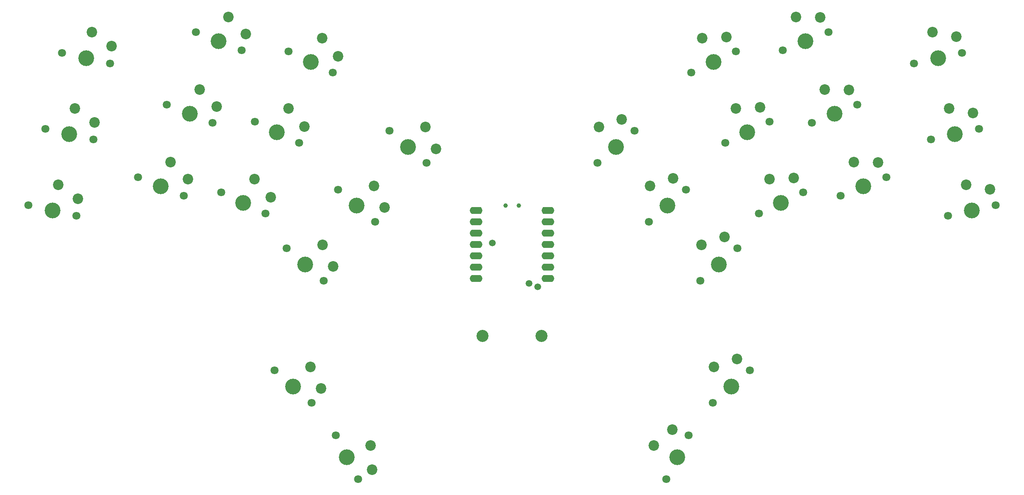
<source format=gbr>
%TF.GenerationSoftware,KiCad,Pcbnew,8.0.6*%
%TF.CreationDate,2025-01-03T23:57:13-08:00*%
%TF.ProjectId,sessile,73657373-696c-4652-9e6b-696361645f70,0.1*%
%TF.SameCoordinates,Original*%
%TF.FileFunction,Soldermask,Bot*%
%TF.FilePolarity,Negative*%
%FSLAX46Y46*%
G04 Gerber Fmt 4.6, Leading zero omitted, Abs format (unit mm)*
G04 Created by KiCad (PCBNEW 8.0.6) date 2025-01-03 23:57:13*
%MOMM*%
%LPD*%
G01*
G04 APERTURE LIST*
G04 Aperture macros list*
%AMRoundRect*
0 Rectangle with rounded corners*
0 $1 Rounding radius*
0 $2 $3 $4 $5 $6 $7 $8 $9 X,Y pos of 4 corners*
0 Add a 4 corners polygon primitive as box body*
4,1,4,$2,$3,$4,$5,$6,$7,$8,$9,$2,$3,0*
0 Add four circle primitives for the rounded corners*
1,1,$1+$1,$2,$3*
1,1,$1+$1,$4,$5*
1,1,$1+$1,$6,$7*
1,1,$1+$1,$8,$9*
0 Add four rect primitives between the rounded corners*
20,1,$1+$1,$2,$3,$4,$5,0*
20,1,$1+$1,$4,$5,$6,$7,0*
20,1,$1+$1,$6,$7,$8,$9,0*
20,1,$1+$1,$8,$9,$2,$3,0*%
G04 Aperture macros list end*
%ADD10RoundRect,0.050000X-0.700000X-0.700000X0.700000X-0.700000X0.700000X0.700000X-0.700000X0.700000X0*%
%ADD11C,1.500000*%
%ADD12C,3.529000*%
%ADD13C,1.801800*%
%ADD14C,2.132000*%
%ADD15C,2.700000*%
%ADD16C,1.000000*%
%ADD17C,2.362000*%
%ADD18C,1.497000*%
%ADD19O,2.850000X1.600000*%
G04 APERTURE END LIST*
D10*
%TO.C,J60*%
X171399034Y-119199218D03*
D11*
X171399034Y-121739218D03*
X171399034Y-124279218D03*
X171399034Y-126819218D03*
X171399034Y-129359218D03*
X171399034Y-131899218D03*
X171399034Y-134439218D03*
%TD*%
D10*
%TO.C,J61*%
X186639034Y-119199218D03*
D11*
X186639034Y-121739218D03*
X186639034Y-124279218D03*
X186639034Y-126819218D03*
X186639034Y-129359218D03*
X186639034Y-131899218D03*
X186639034Y-134439218D03*
%TD*%
D12*
%TO.C,S1*%
X76087616Y-119208535D03*
D13*
X81458260Y-120394360D03*
X70716972Y-118022710D03*
D14*
X81789317Y-116575931D03*
X77359683Y-113447299D03*
%TD*%
D12*
%TO.C,S2*%
X79860696Y-102120122D03*
D13*
X85231340Y-103305947D03*
X74490052Y-100934297D03*
D14*
X85562397Y-99487518D03*
X81132763Y-96358886D03*
%TD*%
D12*
%TO.C,S3*%
X83633777Y-85031708D03*
D13*
X89004421Y-86217533D03*
X78263133Y-83845883D03*
D14*
X89335478Y-82399104D03*
X84905844Y-79270472D03*
%TD*%
D12*
%TO.C,S4*%
X100361340Y-113815214D03*
D13*
X105471179Y-115849802D03*
X95251501Y-111780626D03*
D14*
X106412363Y-112134406D03*
X102543898Y-108333751D03*
%TD*%
D12*
%TO.C,S5*%
X106835030Y-97556637D03*
D13*
X111944869Y-99591225D03*
X101725191Y-95522049D03*
D14*
X112886053Y-95875829D03*
X109017588Y-92075174D03*
%TD*%
D12*
%TO.C,S6*%
X113308720Y-81298060D03*
D13*
X118418559Y-83332648D03*
X108198881Y-79263472D03*
D14*
X119359743Y-79617252D03*
X115491278Y-75816597D03*
%TD*%
D12*
%TO.C,S7*%
X118821522Y-117462858D03*
D13*
X123783631Y-119835087D03*
X113859413Y-115090629D03*
D14*
X124971525Y-116191063D03*
X121366277Y-112139868D03*
%TD*%
%TO.C,S8*%
X128914277Y-96351338D03*
X132519525Y-100402533D03*
D13*
X121407413Y-99302099D03*
X131331631Y-104046557D03*
D12*
X126369522Y-101674328D03*
%TD*%
%TO.C,S9*%
X133917523Y-85885797D03*
D13*
X138879632Y-88258026D03*
X128955414Y-83513568D03*
D14*
X140067526Y-84614002D03*
X136462278Y-80562807D03*
%TD*%
D12*
%TO.C,S10*%
X132708710Y-131306484D03*
D13*
X136851352Y-134924290D03*
X128566068Y-127688678D03*
D14*
X138974323Y-131733209D03*
X136589629Y-126862559D03*
%TD*%
D12*
%TO.C,S11*%
X144219910Y-118125351D03*
D13*
X148362552Y-121743157D03*
X140077268Y-114507545D03*
D14*
X150485523Y-118552076D03*
X148100829Y-113681426D03*
%TD*%
D12*
%TO.C,S12*%
X155731110Y-104944218D03*
D13*
X159873752Y-108562024D03*
X151588468Y-101326412D03*
D14*
X161996723Y-105370943D03*
X159612029Y-100500293D03*
%TD*%
D12*
%TO.C,S13*%
X281950453Y-119208535D03*
D13*
X287321097Y-118022710D03*
X276579809Y-120394360D03*
D14*
X286013559Y-114419885D03*
X280678386Y-113447299D03*
%TD*%
D12*
%TO.C,S14*%
X278177372Y-102120122D03*
D13*
X283548016Y-100934297D03*
X272806728Y-103305947D03*
D14*
X282240478Y-97331472D03*
X276905305Y-96358886D03*
%TD*%
D12*
%TO.C,S15*%
X274404292Y-85031708D03*
D13*
X279774936Y-83845883D03*
X269033648Y-86217533D03*
D14*
X278467398Y-80243058D03*
X273132225Y-79270472D03*
%TD*%
D12*
%TO.C,S16*%
X257676728Y-113815214D03*
D13*
X262786567Y-111780626D03*
X252566889Y-115849802D03*
D14*
X260916320Y-108435154D03*
X255494170Y-108333751D03*
%TD*%
D12*
%TO.C,S17*%
X251203039Y-97556637D03*
D13*
X256312878Y-95522049D03*
X246093200Y-99591225D03*
D14*
X254442631Y-92176577D03*
X249020481Y-92075174D03*
%TD*%
D12*
%TO.C,S18*%
X244729349Y-81298060D03*
D13*
X249839188Y-79263472D03*
X239619510Y-83332648D03*
D14*
X247968941Y-75918000D03*
X242546791Y-75816597D03*
%TD*%
D12*
%TO.C,S19*%
X239216547Y-117462858D03*
D13*
X244178656Y-115090629D03*
X234254438Y-119835087D03*
D14*
X242088561Y-111877920D03*
X236671792Y-112139868D03*
%TD*%
D12*
%TO.C,S20*%
X231668546Y-101674328D03*
D13*
X236630655Y-99302099D03*
X226706437Y-104046557D03*
D14*
X234540560Y-96089390D03*
X229123791Y-96351338D03*
%TD*%
D12*
%TO.C,S21*%
X224120545Y-85885797D03*
D13*
X229082654Y-83513568D03*
X219158436Y-88258026D03*
D14*
X226992559Y-80300859D03*
X221575790Y-80562807D03*
%TD*%
D12*
%TO.C,S22*%
X225329358Y-131306484D03*
D13*
X229472000Y-127688678D03*
X221186716Y-134924290D03*
D14*
X226595821Y-125155381D03*
X221448439Y-126862559D03*
%TD*%
D12*
%TO.C,S23*%
X213818158Y-118125351D03*
D13*
X217960800Y-114507545D03*
X209675516Y-121743157D03*
D14*
X215084621Y-111974248D03*
X209937239Y-113681426D03*
%TD*%
D12*
%TO.C,S24*%
X202306958Y-104944218D03*
D13*
X206449600Y-101326412D03*
X198164316Y-108562024D03*
D14*
X203573421Y-98793115D03*
X198426039Y-100500293D03*
%TD*%
D12*
%TO.C,S25*%
X129972971Y-158656816D03*
D13*
X134115613Y-162274622D03*
X125830329Y-155039010D03*
D14*
X136238584Y-159083541D03*
X133853890Y-154212891D03*
%TD*%
%TO.C,S26*%
X147292437Y-171829894D03*
X147678909Y-177239205D03*
D13*
X139543651Y-169590180D03*
X144515125Y-179402644D03*
D12*
X142029388Y-174496412D03*
%TD*%
%TO.C,S27*%
X228065097Y-158656816D03*
D13*
X232207739Y-155039010D03*
X223922455Y-162274622D03*
D14*
X229331560Y-152505713D03*
X224184178Y-154212891D03*
%TD*%
D12*
%TO.C,S28*%
X216008680Y-174496412D03*
D13*
X218494417Y-169590180D03*
X213522943Y-179402644D03*
D14*
X214878680Y-168318783D03*
X210745631Y-171829894D03*
%TD*%
D15*
%TO.C,BAT1*%
X172409034Y-147269218D03*
X185629034Y-147269218D03*
%TD*%
D16*
%TO.C,SW1*%
X177519034Y-118094218D03*
X180519034Y-118094218D03*
%TD*%
D11*
%TO.C,J1*%
X174574034Y-126502218D03*
%TD*%
%TO.C,J2*%
X182829034Y-135519218D03*
%TD*%
%TO.C,J3*%
X184734034Y-136319218D03*
%TD*%
D17*
%TO.C,J4*%
X77359683Y-113447298D03*
%TD*%
%TO.C,J5*%
X81132763Y-96358885D03*
%TD*%
%TO.C,J6*%
X84905844Y-79270472D03*
%TD*%
%TO.C,J7*%
X102543898Y-108333751D03*
%TD*%
%TO.C,J8*%
X109017588Y-92075174D03*
%TD*%
%TO.C,J9*%
X115491278Y-75816596D03*
%TD*%
%TO.C,J10*%
X121366276Y-112139867D03*
%TD*%
%TO.C,J11*%
X128914277Y-96351337D03*
%TD*%
%TO.C,J12*%
X136462278Y-80562807D03*
%TD*%
%TO.C,J13*%
X136589629Y-126862559D03*
%TD*%
%TO.C,J14*%
X148100829Y-113681426D03*
%TD*%
%TO.C,J15*%
X159612029Y-100500293D03*
%TD*%
%TO.C,J16*%
X280678386Y-113447298D03*
%TD*%
%TO.C,J17*%
X276905305Y-96358885D03*
%TD*%
%TO.C,J18*%
X273132225Y-79270472D03*
%TD*%
%TO.C,J19*%
X255494170Y-108333751D03*
%TD*%
%TO.C,J20*%
X249020480Y-92075174D03*
%TD*%
%TO.C,J21*%
X242546790Y-75816596D03*
%TD*%
%TO.C,J22*%
X236671792Y-112139867D03*
%TD*%
%TO.C,J23*%
X229123791Y-96351337D03*
%TD*%
%TO.C,J24*%
X221575791Y-80562807D03*
%TD*%
%TO.C,J25*%
X221448439Y-126862559D03*
%TD*%
%TO.C,J26*%
X209937239Y-113681426D03*
%TD*%
%TO.C,J27*%
X198426039Y-100500293D03*
%TD*%
%TO.C,J28*%
X133853890Y-154212891D03*
%TD*%
%TO.C,J29*%
X147292437Y-171829894D03*
%TD*%
%TO.C,J30*%
X224184178Y-154212891D03*
%TD*%
%TO.C,J31*%
X210745632Y-171829894D03*
%TD*%
%TO.C,J32*%
X81789317Y-116575931D03*
%TD*%
%TO.C,J33*%
X85562397Y-99487518D03*
%TD*%
%TO.C,J34*%
X89335478Y-82399105D03*
%TD*%
%TO.C,J35*%
X106412363Y-112134406D03*
%TD*%
%TO.C,J36*%
X112886053Y-95875829D03*
%TD*%
%TO.C,J37*%
X119359743Y-79617251D03*
%TD*%
%TO.C,J38*%
X124971525Y-116191063D03*
%TD*%
%TO.C,J39*%
X132519525Y-100402533D03*
%TD*%
%TO.C,J40*%
X140067526Y-84614003D03*
%TD*%
%TO.C,J41*%
X138974323Y-131733209D03*
%TD*%
%TO.C,J42*%
X150485523Y-118552076D03*
%TD*%
%TO.C,J43*%
X161996723Y-105370943D03*
%TD*%
%TO.C,J44*%
X286013559Y-114419885D03*
%TD*%
%TO.C,J45*%
X282240479Y-97331472D03*
%TD*%
%TO.C,J46*%
X278467398Y-80243059D03*
%TD*%
%TO.C,J47*%
X260916321Y-108435155D03*
%TD*%
%TO.C,J48*%
X254442631Y-92176577D03*
%TD*%
%TO.C,J49*%
X247968941Y-75918000D03*
%TD*%
%TO.C,J50*%
X242088561Y-111877919D03*
%TD*%
%TO.C,J51*%
X234540560Y-96089389D03*
%TD*%
%TO.C,J52*%
X226992559Y-80300859D03*
%TD*%
%TO.C,J53*%
X226595821Y-125155381D03*
%TD*%
%TO.C,J54*%
X215084621Y-111974248D03*
%TD*%
%TO.C,J55*%
X203573421Y-98793115D03*
%TD*%
%TO.C,J56*%
X136238584Y-159083541D03*
%TD*%
%TO.C,J57*%
X147678909Y-177239205D03*
%TD*%
%TO.C,J58*%
X229331560Y-152505712D03*
%TD*%
%TO.C,J59*%
X214878681Y-168318783D03*
%TD*%
D18*
%TO.C,MCU1*%
X174574034Y-126502218D03*
D19*
X170974034Y-119199218D03*
X170974034Y-121739218D03*
X170974034Y-124279218D03*
X170974034Y-126819218D03*
X170974034Y-129359218D03*
X170974034Y-131899218D03*
X170974034Y-134439218D03*
X187064034Y-134439218D03*
X187064034Y-131899218D03*
X187064034Y-129359218D03*
X187064034Y-126819218D03*
X187064034Y-124279218D03*
X187064034Y-121739218D03*
X187064034Y-119199218D03*
%TD*%
M02*

</source>
